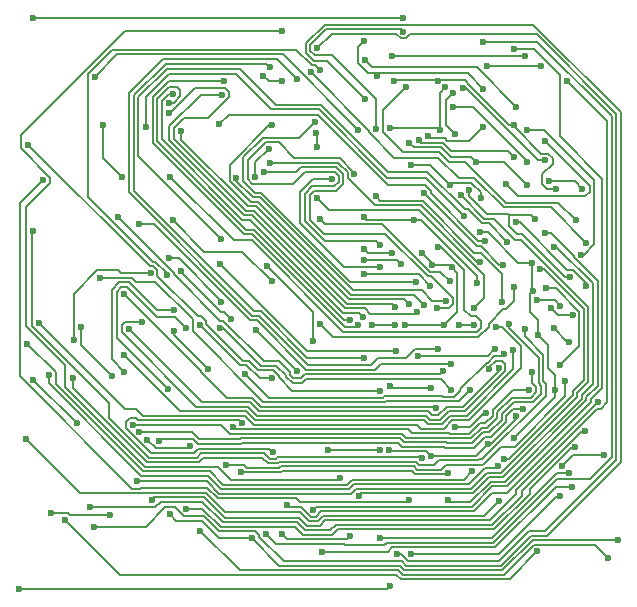
<source format=gbr>
%TF.GenerationSoftware,KiCad,Pcbnew,8.0.7*%
%TF.CreationDate,2025-01-04T02:12:22-08:00*%
%TF.ProjectId,PCB,5043422e-6b69-4636-9164-5f7063625858,rev?*%
%TF.SameCoordinates,Original*%
%TF.FileFunction,Copper,L2,Bot*%
%TF.FilePolarity,Positive*%
%FSLAX46Y46*%
G04 Gerber Fmt 4.6, Leading zero omitted, Abs format (unit mm)*
G04 Created by KiCad (PCBNEW 8.0.7) date 2025-01-04 02:12:22*
%MOMM*%
%LPD*%
G01*
G04 APERTURE LIST*
%TA.AperFunction,ViaPad*%
%ADD10C,0.600000*%
%TD*%
%TA.AperFunction,Conductor*%
%ADD11C,0.200000*%
%TD*%
G04 APERTURE END LIST*
D10*
%TO.N,Net-(SW7-B)*%
X45580900Y-57974100D03*
X62597100Y-18956100D03*
%TO.N,Net-(SW6-B)*%
X30665000Y-55557700D03*
X58069000Y-31347500D03*
%TO.N,Net-(SW5-B)*%
X27006100Y-59443100D03*
X49954700Y-23182000D03*
%TO.N,Net-(SW4-B)*%
X55312500Y-26330900D03*
X50965100Y-21280100D03*
X59981000Y-22363600D03*
X59981000Y-25568400D03*
X47847400Y-55250700D03*
X49898300Y-18251800D03*
X42958200Y-17410000D03*
%TO.N,Net-(SW3-B)*%
X56277500Y-25779900D03*
X56756300Y-22210100D03*
X52035000Y-25645600D03*
X41566200Y-60011400D03*
X59965100Y-18345200D03*
%TO.N,Net-(SW2-B)*%
X36013700Y-59741000D03*
X70509500Y-62037800D03*
X68368900Y-30803900D03*
X65556900Y-30142300D03*
%TO.N,Net-(SW1-B)*%
X31914900Y-57117300D03*
X67051300Y-21672900D03*
%TO.N,VCC*%
X40365000Y-60393100D03*
X71416200Y-60535000D03*
X33425200Y-58362000D03*
X63702500Y-30439900D03*
X59310400Y-28487700D03*
X53684600Y-26917300D03*
%TO.N,Net-(R12-Pad1)*%
X64577800Y-43144300D03*
X64139200Y-39446000D03*
X64126900Y-37072700D03*
X59719200Y-34474200D03*
X50529800Y-42312600D03*
X52477700Y-42317100D03*
X66014600Y-47842900D03*
X57585600Y-50963900D03*
X60172400Y-49776700D03*
X62556000Y-51874000D03*
%TO.N,Net-(R10-Pad1)*%
X53853700Y-61741200D03*
X66440400Y-56818400D03*
X70152100Y-53370900D03*
X66655400Y-54279500D03*
X68675700Y-39044900D03*
X62732500Y-33634000D03*
X53371500Y-42317100D03*
X54761700Y-36211900D03*
X57332800Y-37446900D03*
X65295000Y-39191100D03*
X66456500Y-45740900D03*
X68675700Y-35352200D03*
X45344300Y-20947700D03*
X45698100Y-25100100D03*
X54237700Y-38678900D03*
X55661000Y-37231700D03*
X56684000Y-42317100D03*
%TO.N,Net-(R14-Pad1)*%
X60924200Y-44402200D03*
X54449300Y-44935900D03*
X59422600Y-38743200D03*
X64370800Y-33377100D03*
X54103800Y-33404600D03*
X58725600Y-30898500D03*
X55554900Y-47695300D03*
X52038600Y-47487800D03*
X52279700Y-36212300D03*
X49884400Y-35896500D03*
X49884400Y-33221900D03*
X67343700Y-38250200D03*
%TO.N,Net-(R1-Pad1)*%
X61708400Y-53661900D03*
X64762200Y-37593900D03*
X60378300Y-52383400D03*
X53394400Y-22171300D03*
X67789000Y-33448500D03*
X55495000Y-38990500D03*
X49875300Y-38037200D03*
X55571000Y-53454200D03*
X51968400Y-52942100D03*
X57945000Y-42317100D03*
X62709700Y-50043900D03*
X59185500Y-42317100D03*
%TO.N,Net-(D55-A)*%
X46807000Y-52942100D03*
X51186600Y-52942100D03*
X51186600Y-60334200D03*
X67218800Y-54821800D03*
%TO.N,Net-(D54-A)*%
X46314900Y-61508500D03*
X67461300Y-56003800D03*
%TO.N,Net-(D53-A)*%
X38765500Y-50976000D03*
X63832100Y-47814600D03*
%TO.N,Net-(D52-A)*%
X38182900Y-54185400D03*
X66895300Y-47078200D03*
%TO.N,Net-(D51-A)*%
X31506400Y-52037700D03*
X35153000Y-52593800D03*
X34770100Y-57866200D03*
X67766900Y-52629200D03*
X67261800Y-43746200D03*
X65935000Y-42619500D03*
%TO.N,Net-(D50-A)*%
X26639400Y-57729700D03*
X68589600Y-51266600D03*
X67529000Y-41515300D03*
X65717100Y-40909400D03*
%TO.N,Net-(D49-A)*%
X21855000Y-46952100D03*
X25591600Y-50646400D03*
X24582500Y-58842200D03*
X64545700Y-61498400D03*
%TO.N,Net-(D48-A)*%
X49424400Y-56766800D03*
X65935000Y-35688700D03*
%TO.N,Net-(D47-A)*%
X42060200Y-46853400D03*
X35943900Y-42291900D03*
X34780400Y-42550000D03*
X33279700Y-47764200D03*
X32524300Y-52135000D03*
X63308500Y-49445000D03*
%TO.N,Net-(D46-A)*%
X39766300Y-46444100D03*
X61755100Y-44774100D03*
%TO.N,Net-(D45-A)*%
X36661100Y-46060700D03*
X33769700Y-42873500D03*
X33769700Y-41062000D03*
X29551600Y-46278400D03*
X30296100Y-50807800D03*
X64070600Y-46312700D03*
%TO.N,Net-(D44-A)*%
X62517600Y-44415100D03*
X29533900Y-44879700D03*
%TO.N,Net-(D43-A)*%
X25208900Y-46781200D03*
X63485000Y-42682000D03*
%TO.N,Net-(D42-A)*%
X64506200Y-40207500D03*
X66498900Y-40690400D03*
X61322500Y-57216300D03*
X21265900Y-51964200D03*
%TO.N,Net-(D41-A)*%
X46133300Y-42273100D03*
X62598200Y-39117400D03*
%TO.N,Net-(D40-A)*%
X39494400Y-54806500D03*
X56977200Y-54840000D03*
X56977200Y-57148500D03*
X65174800Y-34550300D03*
%TO.N,Net-(D39-A)*%
X37798800Y-40343200D03*
X33374300Y-36677100D03*
X31797300Y-37947300D03*
X25284500Y-43585400D03*
X23185900Y-46573600D03*
X61193800Y-54253000D03*
%TO.N,Net-(D38-A)*%
X31053700Y-42061800D03*
X60483900Y-46088200D03*
%TO.N,Net-(D37-A)*%
X29933300Y-42664000D03*
X61265700Y-45947400D03*
%TO.N,Net-(D36-A)*%
X25883300Y-42538500D03*
X28537500Y-46636800D03*
X30840000Y-51371400D03*
X62138900Y-42276100D03*
%TO.N,Net-(D35-A)*%
X22366100Y-42174400D03*
X61035000Y-42505000D03*
%TO.N,Net-(D34-A)*%
X50849000Y-31442000D03*
X61566300Y-40411300D03*
%TO.N,Net-(D33-A)*%
X41690300Y-37332300D03*
X45545700Y-43675100D03*
X44221500Y-46206200D03*
X40750700Y-42735400D03*
X39521900Y-50592700D03*
X42150500Y-53079700D03*
X43370000Y-57583100D03*
X69661200Y-48831900D03*
X68209500Y-36364100D03*
X63678300Y-25781300D03*
X62568700Y-28130800D03*
X54505800Y-26700400D03*
X54929100Y-31194700D03*
X61625600Y-37251100D03*
%TO.N,Net-(D32-A)*%
X62009000Y-35267800D03*
X37757300Y-35011600D03*
%TO.N,Net-(D31-A)*%
X34382700Y-37721400D03*
X38623400Y-41801400D03*
X37717900Y-42541400D03*
X57253200Y-47800600D03*
%TO.N,Net-(D30-A)*%
X30855200Y-33760500D03*
X57208000Y-45616000D03*
%TO.N,Net-(D29-A)*%
X58818700Y-47854600D03*
X27491200Y-38336300D03*
%TO.N,Net-(D28-A)*%
X59014000Y-54729300D03*
X21374700Y-43908200D03*
%TO.N,Net-(D27-A)*%
X45931400Y-31584300D03*
X59167600Y-40894300D03*
%TO.N,Net-(D26-A)*%
X46102400Y-33386200D03*
X57163400Y-38636400D03*
%TO.N,Net-(D25-A)*%
X59681100Y-36957600D03*
X41882800Y-28601300D03*
%TO.N,Net-(D24-A)*%
X37622200Y-25335000D03*
X60139600Y-35188800D03*
%TO.N,Net-(D23-A)*%
X29543300Y-39720600D03*
X55970600Y-49314100D03*
%TO.N,Net-(D22-A)*%
X29073700Y-33200100D03*
X56563300Y-46226800D03*
%TO.N,Net-(D21-A)*%
X21833300Y-34386700D03*
X54789200Y-53617800D03*
%TO.N,Net-(D20-A)*%
X56135000Y-44353700D03*
X44188300Y-21481800D03*
X45812800Y-26037400D03*
X45896400Y-27230100D03*
%TO.N,Net-(D19-A)*%
X41794000Y-27435100D03*
X40668100Y-29764100D03*
X41387300Y-29364700D03*
X56069500Y-40927200D03*
%TO.N,Net-(D18-A)*%
X39067300Y-29872000D03*
X56795000Y-40311400D03*
%TO.N,Net-(D17-A)*%
X31389000Y-25551900D03*
X58370300Y-33114900D03*
%TO.N,Net-(D16-A)*%
X56135000Y-35683200D03*
X33456400Y-29784700D03*
%TO.N,Net-(D15-A)*%
X22680200Y-30068200D03*
X53680100Y-57148500D03*
%TO.N,Net-(D14-A)*%
X20636100Y-64679600D03*
X52088300Y-64431500D03*
%TO.N,Net-(D13-A)*%
X46133300Y-20756300D03*
X33149800Y-38099100D03*
X37650800Y-37128100D03*
X52537500Y-44539400D03*
%TO.N,Net-(D10-A)*%
X53685000Y-40563600D03*
X34398000Y-25880900D03*
%TO.N,Net-(U12-Pad2)*%
X65200600Y-26773200D03*
X61900600Y-30423300D03*
%TO.N,Net-(U6-Pad1)*%
X57604800Y-26150600D03*
X57417700Y-22654500D03*
%TO.N,Net-(U11-Pad4)*%
X57440600Y-23846700D03*
X63702500Y-28521100D03*
%TO.N,Net-(U13-Pad2)*%
X60260900Y-20431200D03*
X64896100Y-20431200D03*
%TO.N,Net-(U15-Pad1)*%
X58288900Y-22297300D03*
X65221000Y-28400600D03*
%TO.N,Net-(U1-Pad1)*%
X49939200Y-19927800D03*
X62771300Y-23845200D03*
%TO.N,Net-(U1-Pad2)*%
X52272700Y-19562300D03*
X63536500Y-19562300D03*
%TO.N,Net-(D9-A)*%
X33353700Y-24385800D03*
X52489800Y-40766800D03*
%TO.N,Net-(D8-A)*%
X27763800Y-25425000D03*
X29350000Y-29815600D03*
X53006000Y-37141700D03*
X49834500Y-36810200D03*
X42040000Y-38636000D03*
X33685700Y-33469300D03*
%TO.N,Net-(D7-A)*%
X21437200Y-27086600D03*
X51235000Y-47888700D03*
%TO.N,Net-(D6-A)*%
X45915400Y-18876800D03*
X52678300Y-61741200D03*
%TO.N,Net-(D5-A)*%
X41941400Y-20523700D03*
X49874400Y-45149800D03*
%TO.N,Net-(D4-A)*%
X38033300Y-21668500D03*
X49382500Y-42348400D03*
%TO.N,Net-(D3-A)*%
X33731700Y-22731100D03*
X49818400Y-41647200D03*
%TO.N,Net-(D2-A)*%
X33396300Y-23501400D03*
X48704700Y-41889300D03*
%TO.N,Net-(D11-A)*%
X54333800Y-41212700D03*
X37814600Y-22832000D03*
%TO.N,Net-(D12-A)*%
X42083300Y-25434400D03*
X54949000Y-40652400D03*
%TO.N,Net-(D1-A)*%
X27104200Y-21301100D03*
X49379600Y-25826300D03*
X47137800Y-29946400D03*
X51235000Y-37421000D03*
%TO.N,Net-(D0-A)*%
X21833300Y-16369100D03*
X53204100Y-16310700D03*
X53204100Y-17479200D03*
X50871400Y-25765700D03*
X49064700Y-29550900D03*
X51235000Y-35569300D03*
%TO.N,GND*%
X28365000Y-58375400D03*
X23406800Y-58260500D03*
X57155400Y-30433400D03*
X59757300Y-31585900D03*
X62547900Y-25417200D03*
X56139400Y-21648500D03*
X52408500Y-21636000D03*
X41359100Y-21241900D03*
X42957500Y-21687800D03*
X53881700Y-28764700D03*
X42914100Y-60011400D03*
X48657300Y-60220500D03*
X66163200Y-30832700D03*
%TD*%
D11*
%TO.N,Net-(SW7-B)*%
X45824700Y-57730300D02*
X45580900Y-57974100D01*
X58995100Y-57730300D02*
X45824700Y-57730300D01*
X60745400Y-55980000D02*
X58995100Y-57730300D01*
X61972900Y-55980000D02*
X60745400Y-55980000D01*
X69079500Y-48873400D02*
X61972900Y-55980000D01*
X69079500Y-48591000D02*
X69079500Y-48873400D01*
X70027000Y-47643500D02*
X69079500Y-48591000D01*
X70027000Y-29925000D02*
X70027000Y-47643500D01*
X66441700Y-26339700D02*
X70027000Y-29925000D01*
X66441700Y-21136400D02*
X66441700Y-26339700D01*
X64261400Y-18956100D02*
X66441700Y-21136400D01*
X62597100Y-18956100D02*
X64261400Y-18956100D01*
%TO.N,Net-(SW6-B)*%
X36573100Y-55557700D02*
X30665000Y-55557700D01*
X37635100Y-56619700D02*
X36573100Y-55557700D01*
X48749000Y-56619700D02*
X37635100Y-56619700D01*
X49183600Y-56185100D02*
X48749000Y-56619700D01*
X58920900Y-56185100D02*
X49183600Y-56185100D01*
X60271200Y-54834800D02*
X58920900Y-56185100D01*
X61497600Y-54834800D02*
X60271200Y-54834800D01*
X67934400Y-48398000D02*
X61497600Y-54834800D01*
X67934400Y-48116700D02*
X67934400Y-48398000D01*
X68874200Y-47176900D02*
X67934400Y-48116700D01*
X68874200Y-40772400D02*
X68874200Y-47176900D01*
X63203900Y-35102100D02*
X68874200Y-40772400D01*
X62666100Y-35102100D02*
X63203900Y-35102100D01*
X60913600Y-33349600D02*
X62666100Y-35102100D01*
X60071100Y-33349600D02*
X60913600Y-33349600D01*
X58069000Y-31347500D02*
X60071100Y-33349600D01*
%TO.N,Net-(SW5-B)*%
X46718600Y-19945900D02*
X49954700Y-23182000D01*
X45622000Y-19945900D02*
X46718600Y-19945900D01*
X44950900Y-19274800D02*
X45622000Y-19945900D01*
X44950900Y-18476700D02*
X44950900Y-19274800D01*
X46530100Y-16897500D02*
X44950900Y-18476700D01*
X64211800Y-16897500D02*
X46530100Y-16897500D01*
X71617000Y-24302700D02*
X64211800Y-16897500D01*
X71617000Y-53896300D02*
X71617000Y-24302700D01*
X65360000Y-60153300D02*
X71617000Y-53896300D01*
X63988700Y-60153300D02*
X65360000Y-60153300D01*
X61437400Y-62704600D02*
X63988700Y-60153300D01*
X53454700Y-62704600D02*
X61437400Y-62704600D01*
X53073000Y-62322900D02*
X53454700Y-62704600D01*
X43055100Y-62322900D02*
X53073000Y-62322900D01*
X40984500Y-60252300D02*
X43055100Y-62322900D01*
X40984500Y-60142000D02*
X40984500Y-60252300D01*
X40653800Y-59811300D02*
X40984500Y-60142000D01*
X37587800Y-59811300D02*
X40653800Y-59811300D01*
X36311700Y-58535200D02*
X37587800Y-59811300D01*
X34616500Y-58535200D02*
X36311700Y-58535200D01*
X33846500Y-57765200D02*
X34616500Y-58535200D01*
X33055700Y-57765200D02*
X33846500Y-57765200D01*
X31377800Y-59443100D02*
X33055700Y-57765200D01*
X27006100Y-59443100D02*
X31377800Y-59443100D01*
%TO.N,Net-(SW4-B)*%
X58649500Y-21032100D02*
X50965100Y-21032100D01*
X59981000Y-22363600D02*
X58649500Y-21032100D01*
X49357400Y-18792700D02*
X49898300Y-18251800D01*
X49357400Y-20168600D02*
X49357400Y-18792700D01*
X50220900Y-21032100D02*
X49357400Y-20168600D01*
X50965100Y-21032100D02*
X50220900Y-21032100D01*
X50965100Y-21032100D02*
X50965100Y-21280100D01*
X47688100Y-55410000D02*
X47847400Y-55250700D01*
X38584600Y-55410000D02*
X47688100Y-55410000D01*
X37495300Y-54320700D02*
X38584600Y-55410000D01*
X31347100Y-54320700D02*
X37495300Y-54320700D01*
X24579900Y-47553500D02*
X31347100Y-54320700D01*
X24579900Y-45751000D02*
X24579900Y-47553500D01*
X21244700Y-42415800D02*
X24579900Y-45751000D01*
X21244700Y-32353900D02*
X21244700Y-42415800D01*
X23326100Y-30272500D02*
X21244700Y-32353900D01*
X23326100Y-29891100D02*
X23326100Y-30272500D01*
X20806700Y-27371700D02*
X23326100Y-29891100D01*
X20806700Y-26205100D02*
X20806700Y-27371700D01*
X29601800Y-17410000D02*
X20806700Y-26205100D01*
X42958200Y-17410000D02*
X29601800Y-17410000D01*
X55513800Y-26532200D02*
X55312500Y-26330900D01*
X56702500Y-26532200D02*
X55513800Y-26532200D01*
X56921300Y-26751000D02*
X56702500Y-26532200D01*
X58798400Y-26751000D02*
X56921300Y-26751000D01*
X59981000Y-25568400D02*
X58798400Y-26751000D01*
%TO.N,Net-(SW3-B)*%
X56277500Y-22688900D02*
X56756300Y-22210100D01*
X56277500Y-25779900D02*
X56277500Y-22688900D01*
X64552800Y-18345200D02*
X59965100Y-18345200D01*
X70853600Y-24646000D02*
X64552800Y-18345200D01*
X70853600Y-53518400D02*
X70853600Y-24646000D01*
X68968500Y-55403500D02*
X70853600Y-53518400D01*
X66205900Y-55403500D02*
X68968500Y-55403500D01*
X60831700Y-60777700D02*
X66205900Y-55403500D01*
X51776700Y-60777700D02*
X60831700Y-60777700D01*
X51602200Y-60952200D02*
X51776700Y-60777700D01*
X48241800Y-60952200D02*
X51602200Y-60952200D01*
X48135600Y-60846000D02*
X48241800Y-60952200D01*
X42400800Y-60846000D02*
X48135600Y-60846000D01*
X41566200Y-60011400D02*
X42400800Y-60846000D01*
X56143200Y-25645600D02*
X52035000Y-25645600D01*
X56277500Y-25779900D02*
X56143200Y-25645600D01*
%TO.N,Net-(SW2-B)*%
X67707300Y-30142300D02*
X68368900Y-30803900D01*
X65556900Y-30142300D02*
X67707300Y-30142300D01*
X39359000Y-63086300D02*
X36013700Y-59741000D01*
X52756800Y-63086300D02*
X39359000Y-63086300D01*
X53138500Y-63468000D02*
X52756800Y-63086300D01*
X61753600Y-63468000D02*
X53138500Y-63468000D01*
X64304900Y-60916700D02*
X61753600Y-63468000D01*
X69388400Y-60916700D02*
X64304900Y-60916700D01*
X70509500Y-62037800D02*
X69388400Y-60916700D01*
%TO.N,Net-(SW1-B)*%
X70471900Y-25093500D02*
X67051300Y-21672900D01*
X70471900Y-48843900D02*
X70471900Y-25093500D01*
X69902200Y-49413600D02*
X70471900Y-48843900D01*
X69618900Y-49413600D02*
X69902200Y-49413600D01*
X62739000Y-56293500D02*
X69618900Y-49413600D01*
X62739000Y-56634900D02*
X62739000Y-56293500D01*
X60498500Y-58875400D02*
X62739000Y-56634900D01*
X46581900Y-58875400D02*
X60498500Y-58875400D01*
X46138100Y-59319200D02*
X46581900Y-58875400D01*
X45023800Y-59319200D02*
X46138100Y-59319200D01*
X44370800Y-58666200D02*
X45023800Y-59319200D01*
X38062200Y-58666200D02*
X44370800Y-58666200D01*
X36298700Y-56902700D02*
X38062200Y-58666200D01*
X32129500Y-56902700D02*
X36298700Y-56902700D01*
X31914900Y-57117300D02*
X32129500Y-56902700D01*
%TO.N,VCC*%
X37629800Y-60393100D02*
X40365000Y-60393100D01*
X36153600Y-58916900D02*
X37629800Y-60393100D01*
X33980100Y-58916900D02*
X36153600Y-58916900D01*
X33425200Y-58362000D02*
X33980100Y-58916900D01*
X61750300Y-28487700D02*
X59310400Y-28487700D01*
X63702500Y-30439900D02*
X61750300Y-28487700D01*
X64146800Y-60535000D02*
X71416200Y-60535000D01*
X61595500Y-63086300D02*
X64146800Y-60535000D01*
X53296600Y-63086300D02*
X61595500Y-63086300D01*
X52914900Y-62704600D02*
X53296600Y-63086300D01*
X42676500Y-62704600D02*
X52914900Y-62704600D01*
X40365000Y-60393100D02*
X42676500Y-62704600D01*
X54062900Y-27295600D02*
X53684600Y-26917300D01*
X56386300Y-27295600D02*
X54062900Y-27295600D01*
X57226000Y-28135300D02*
X56386300Y-27295600D01*
X58958000Y-28135300D02*
X57226000Y-28135300D01*
X59310400Y-28487700D02*
X58958000Y-28135300D01*
%TO.N,Net-(R12-Pad1)*%
X58816000Y-50963900D02*
X57585600Y-50963900D01*
X60003200Y-49776700D02*
X58816000Y-50963900D01*
X60172400Y-49776700D02*
X60003200Y-49776700D01*
X66014600Y-48415400D02*
X62556000Y-51874000D01*
X66014600Y-47842900D02*
X66014600Y-48415400D01*
X66014600Y-46526500D02*
X66014600Y-47842900D01*
X65417100Y-45929000D02*
X66014600Y-46526500D01*
X65417100Y-43983600D02*
X65417100Y-45929000D01*
X64577800Y-43144300D02*
X65417100Y-43983600D01*
X60340600Y-34474200D02*
X59719200Y-34474200D01*
X62939100Y-37072700D02*
X60340600Y-34474200D01*
X64126900Y-37072700D02*
X62939100Y-37072700D01*
X64126900Y-39433700D02*
X64126900Y-37072700D01*
X64139200Y-39446000D02*
X64126900Y-39433700D01*
X63911300Y-39673900D02*
X64139200Y-39446000D01*
X63911300Y-41222500D02*
X63911300Y-39673900D01*
X64577800Y-41889000D02*
X63911300Y-41222500D01*
X64577800Y-43144300D02*
X64577800Y-41889000D01*
X50534300Y-42317100D02*
X52477700Y-42317100D01*
X50529800Y-42312600D02*
X50534300Y-42317100D01*
%TO.N,Net-(R10-Pad1)*%
X61321200Y-61741200D02*
X53853700Y-61741200D01*
X66244000Y-56818400D02*
X61321200Y-61741200D01*
X66440400Y-56818400D02*
X66244000Y-56818400D01*
X68110800Y-44086600D02*
X66456500Y-45740900D01*
X68110800Y-41185800D02*
X68110800Y-44086600D01*
X66116100Y-39191100D02*
X68110800Y-41185800D01*
X65295000Y-39191100D02*
X66116100Y-39191100D01*
X57117600Y-37231700D02*
X57332800Y-37446900D01*
X55661000Y-37231700D02*
X57117600Y-37231700D01*
X55661000Y-37111200D02*
X54761700Y-36211900D01*
X55661000Y-37231700D02*
X55661000Y-37111200D01*
X53371500Y-42317100D02*
X56684000Y-42317100D01*
X57776000Y-41225100D02*
X56684000Y-42317100D01*
X57776000Y-37890100D02*
X57776000Y-41225100D01*
X57332800Y-37446900D02*
X57776000Y-37890100D01*
X44338300Y-26459900D02*
X45698100Y-25100100D01*
X41310600Y-26459900D02*
X44338300Y-26459900D01*
X39649100Y-28121400D02*
X41310600Y-26459900D01*
X39649100Y-30158700D02*
X39649100Y-28121400D01*
X40632200Y-31141800D02*
X39649100Y-30158700D01*
X41180700Y-31141800D02*
X40632200Y-31141800D01*
X48717800Y-38678900D02*
X41180700Y-31141800D01*
X54237700Y-38678900D02*
X48717800Y-38678900D01*
X67564000Y-53370900D02*
X66655400Y-54279500D01*
X70152100Y-53370900D02*
X67564000Y-53370900D01*
X65688200Y-32364700D02*
X68675700Y-35352200D01*
X61708300Y-32364700D02*
X65688200Y-32364700D01*
X59218700Y-29875100D02*
X61708300Y-32364700D01*
X57886200Y-29875100D02*
X59218700Y-29875100D01*
X56171400Y-28160300D02*
X57886200Y-29875100D01*
X52439200Y-28160300D02*
X56171400Y-28160300D01*
X50289700Y-26010800D02*
X52439200Y-28160300D01*
X50289700Y-25893100D02*
X50289700Y-26010800D01*
X45344300Y-20947700D02*
X50289700Y-25893100D01*
X68675700Y-38759500D02*
X68675700Y-39044900D01*
X67584700Y-37668500D02*
X68675700Y-38759500D01*
X67074500Y-37668500D02*
X67584700Y-37668500D01*
X63040000Y-33634000D02*
X67074500Y-37668500D01*
X62732500Y-33634000D02*
X63040000Y-33634000D01*
%TO.N,Net-(R14-Pad1)*%
X52246100Y-47695300D02*
X52038600Y-47487800D01*
X55554900Y-47695300D02*
X52246100Y-47695300D01*
X64012700Y-33019000D02*
X64370800Y-33377100D01*
X62119000Y-33019000D02*
X64012700Y-33019000D01*
X66891700Y-38250200D02*
X67343700Y-38250200D01*
X63227400Y-34585900D02*
X66891700Y-38250200D01*
X62784700Y-34585900D02*
X63227400Y-34585900D01*
X62119000Y-33920200D02*
X62784700Y-34585900D01*
X62119000Y-33019000D02*
X62119000Y-33920200D01*
X60908700Y-44402200D02*
X60924200Y-44402200D01*
X60375000Y-44935900D02*
X60908700Y-44402200D01*
X54449300Y-44935900D02*
X60375000Y-44935900D01*
X62067900Y-32967900D02*
X62119000Y-33019000D01*
X60316400Y-32967900D02*
X62067900Y-32967900D01*
X58725600Y-31377100D02*
X60316400Y-32967900D01*
X58725600Y-30898500D02*
X58725600Y-31377100D01*
X54684500Y-33404600D02*
X54103800Y-33404600D01*
X59422600Y-38142700D02*
X54684500Y-33404600D01*
X59422600Y-38743200D02*
X59422600Y-38142700D01*
X50067100Y-33404600D02*
X49884400Y-33221900D01*
X54103800Y-33404600D02*
X50067100Y-33404600D01*
X50200200Y-36212300D02*
X52279700Y-36212300D01*
X49884400Y-35896500D02*
X50200200Y-36212300D01*
%TO.N,Net-(R1-Pad1)*%
X52062400Y-53036100D02*
X51968400Y-52942100D01*
X55152900Y-53036100D02*
X52062400Y-53036100D01*
X55571000Y-53454200D02*
X55152900Y-53036100D01*
X54541700Y-38037200D02*
X49875300Y-38037200D01*
X55495000Y-38990500D02*
X54541700Y-38037200D01*
X60647300Y-52383400D02*
X60378300Y-52383400D01*
X62709600Y-50321100D02*
X60647300Y-52383400D01*
X62709600Y-50043900D02*
X62709600Y-50321100D01*
X62709700Y-50043900D02*
X62709600Y-50043900D01*
X57945000Y-42317100D02*
X59185500Y-42317100D01*
X55641000Y-53384200D02*
X55571000Y-53454200D01*
X59377500Y-53384200D02*
X55641000Y-53384200D01*
X60378300Y-52383400D02*
X59377500Y-53384200D01*
X62130700Y-53661900D02*
X61708400Y-53661900D01*
X67552700Y-48239900D02*
X62130700Y-53661900D01*
X67552700Y-47958600D02*
X67552700Y-48239900D01*
X68492500Y-47018800D02*
X67552700Y-47958600D01*
X68492500Y-40978600D02*
X68492500Y-47018800D01*
X65107800Y-37593900D02*
X68492500Y-40978600D01*
X64762200Y-37593900D02*
X65107800Y-37593900D01*
X66323500Y-31983000D02*
X67789000Y-33448500D01*
X61866400Y-31983000D02*
X66323500Y-31983000D01*
X58400500Y-28517100D02*
X61866400Y-31983000D01*
X57068000Y-28517100D02*
X58400500Y-28517100D01*
X56228200Y-27677300D02*
X57068000Y-28517100D01*
X53136100Y-27677300D02*
X56228200Y-27677300D01*
X51453100Y-25994300D02*
X53136100Y-27677300D01*
X51453100Y-24112600D02*
X51453100Y-25994300D01*
X53394400Y-22171300D02*
X51453100Y-24112600D01*
%TO.N,Net-(D55-A)*%
X51186600Y-52942100D02*
X46807000Y-52942100D01*
X67179400Y-54861200D02*
X67218800Y-54821800D01*
X66208400Y-54861200D02*
X67179400Y-54861200D01*
X60735400Y-60334200D02*
X66208400Y-54861200D01*
X51186600Y-60334200D02*
X60735400Y-60334200D01*
%TO.N,Net-(D54-A)*%
X51894200Y-61508500D02*
X46314900Y-61508500D01*
X52243300Y-61159400D02*
X51894200Y-61508500D01*
X60989800Y-61159400D02*
X52243300Y-61159400D01*
X66145400Y-56003800D02*
X60989800Y-61159400D01*
X67461300Y-56003800D02*
X66145400Y-56003800D01*
%TO.N,Net-(D53-A)*%
X38964000Y-51174500D02*
X38765500Y-50976000D01*
X53577900Y-51174500D02*
X38964000Y-51174500D01*
X53912700Y-51509300D02*
X53577900Y-51174500D01*
X57098600Y-51509300D02*
X53912700Y-51509300D01*
X57135000Y-51545700D02*
X57098600Y-51509300D01*
X58774000Y-51545700D02*
X57135000Y-51545700D01*
X59663100Y-50656600D02*
X58774000Y-51545700D01*
X60115200Y-50656600D02*
X59663100Y-50656600D01*
X60754100Y-50017700D02*
X60115200Y-50656600D01*
X60754100Y-49557400D02*
X60754100Y-50017700D01*
X62496900Y-47814600D02*
X60754100Y-49557400D01*
X63832100Y-47814600D02*
X62496900Y-47814600D01*
%TO.N,Net-(D52-A)*%
X39707600Y-54185400D02*
X38182900Y-54185400D01*
X39947000Y-54424800D02*
X39707600Y-54185400D01*
X42707700Y-54424800D02*
X39947000Y-54424800D01*
X42845200Y-54287300D02*
X42707700Y-54424800D01*
X54079600Y-54287300D02*
X42845200Y-54287300D01*
X54375200Y-54582900D02*
X54079600Y-54287300D01*
X56411700Y-54582900D02*
X54375200Y-54582900D01*
X56847000Y-54147600D02*
X56411700Y-54582900D01*
X59878800Y-54147600D02*
X56847000Y-54147600D01*
X59955000Y-54071400D02*
X59878800Y-54147600D01*
X60053100Y-54071400D02*
X59955000Y-54071400D01*
X61505900Y-52618600D02*
X60053100Y-54071400D01*
X62634200Y-52618600D02*
X61505900Y-52618600D01*
X66895300Y-48357500D02*
X62634200Y-52618600D01*
X66895300Y-47078200D02*
X66895300Y-48357500D01*
%TO.N,Net-(D51-A)*%
X67482900Y-52629200D02*
X67766900Y-52629200D01*
X63884400Y-56227700D02*
X67482900Y-52629200D01*
X63884400Y-56645500D02*
X63884400Y-56227700D01*
X60891100Y-59638800D02*
X63884400Y-56645500D01*
X47634900Y-59638800D02*
X60891100Y-59638800D01*
X47191100Y-60082600D02*
X47634900Y-59638800D01*
X44707600Y-60082600D02*
X47191100Y-60082600D01*
X44054600Y-59429600D02*
X44707600Y-60082600D01*
X37745900Y-59429600D02*
X44054600Y-59429600D01*
X36182500Y-57866200D02*
X37745900Y-59429600D01*
X34770100Y-57866200D02*
X36182500Y-57866200D01*
X34989400Y-52757400D02*
X35153000Y-52593800D01*
X32226100Y-52757400D02*
X34989400Y-52757400D01*
X31506400Y-52037700D02*
X32226100Y-52757400D01*
X67061700Y-43746200D02*
X67261800Y-43746200D01*
X65935000Y-42619500D02*
X67061700Y-43746200D01*
%TO.N,Net-(D50-A)*%
X66323000Y-41515300D02*
X67529000Y-41515300D01*
X65717100Y-40909400D02*
X66323000Y-41515300D01*
X68305700Y-51266600D02*
X68589600Y-51266600D01*
X63224400Y-56347900D02*
X68305700Y-51266600D01*
X63224400Y-56765700D02*
X63224400Y-56347900D01*
X60733000Y-59257100D02*
X63224400Y-56765700D01*
X47476800Y-59257100D02*
X60733000Y-59257100D01*
X47033000Y-59700900D02*
X47476800Y-59257100D01*
X44865700Y-59700900D02*
X47033000Y-59700900D01*
X44212700Y-59047900D02*
X44865700Y-59700900D01*
X37904100Y-59047900D02*
X44212700Y-59047900D01*
X36140600Y-57284400D02*
X37904100Y-59047900D01*
X32648800Y-57284400D02*
X36140600Y-57284400D01*
X32203500Y-57729700D02*
X32648800Y-57284400D01*
X26639400Y-57729700D02*
X32203500Y-57729700D01*
%TO.N,Net-(D49-A)*%
X25549300Y-50646400D02*
X21855000Y-46952100D01*
X25591600Y-50646400D02*
X25549300Y-50646400D01*
X62194400Y-63849700D02*
X64545700Y-61498400D01*
X52980400Y-63849700D02*
X62194400Y-63849700D01*
X52598700Y-63468000D02*
X52980400Y-63849700D01*
X29208300Y-63468000D02*
X52598700Y-63468000D01*
X24582500Y-58842200D02*
X29208300Y-63468000D01*
%TO.N,Net-(D48-A)*%
X66144700Y-35688700D02*
X65935000Y-35688700D01*
X69259000Y-38803000D02*
X66144700Y-35688700D01*
X69259000Y-47332000D02*
X69259000Y-38803000D01*
X68316100Y-48274900D02*
X69259000Y-47332000D01*
X68316100Y-48556100D02*
X68316100Y-48274900D01*
X61655700Y-55216500D02*
X68316100Y-48556100D01*
X60429300Y-55216500D02*
X61655700Y-55216500D01*
X59079000Y-56566800D02*
X60429300Y-55216500D01*
X49624400Y-56566800D02*
X59079000Y-56566800D01*
X49424400Y-56766800D02*
X49624400Y-56566800D01*
%TO.N,Net-(D47-A)*%
X33874100Y-41643700D02*
X34780400Y-42550000D01*
X32354300Y-41643700D02*
X33874100Y-41643700D01*
X29843800Y-39133200D02*
X32354300Y-41643700D01*
X29279100Y-39133200D02*
X29843800Y-39133200D01*
X28916500Y-39495800D02*
X29279100Y-39133200D01*
X28916500Y-43401000D02*
X28916500Y-39495800D01*
X33279700Y-47764200D02*
X28916500Y-43401000D01*
X41050000Y-46853400D02*
X42060200Y-46853400D01*
X39916800Y-45720200D02*
X41050000Y-46853400D01*
X39372200Y-45720200D02*
X39916800Y-45720200D01*
X35943900Y-42291900D02*
X39372200Y-45720200D01*
X32647200Y-52012100D02*
X32524300Y-52135000D01*
X35394000Y-52012100D02*
X32647200Y-52012100D01*
X35795600Y-52413700D02*
X35394000Y-52012100D01*
X39413700Y-52413700D02*
X35795600Y-52413700D01*
X39507800Y-52319600D02*
X39413700Y-52413700D01*
X52781800Y-52319600D02*
X39507800Y-52319600D01*
X53116600Y-52654400D02*
X52781800Y-52319600D01*
X56624300Y-52654400D02*
X53116600Y-52654400D01*
X56720100Y-52750200D02*
X56624300Y-52654400D01*
X59189000Y-52750200D02*
X56720100Y-52750200D01*
X60137500Y-51801700D02*
X59189000Y-52750200D01*
X60619500Y-51801700D02*
X60137500Y-51801700D01*
X61899200Y-50522000D02*
X60619500Y-51801700D01*
X61899200Y-50031700D02*
X61899200Y-50522000D01*
X62485900Y-49445000D02*
X61899200Y-50031700D01*
X63308500Y-49445000D02*
X62485900Y-49445000D01*
%TO.N,Net-(D46-A)*%
X41792600Y-48470400D02*
X39766300Y-46444100D01*
X51476000Y-48470400D02*
X41792600Y-48470400D01*
X51595700Y-48350700D02*
X51476000Y-48470400D01*
X56496500Y-48350700D02*
X51595700Y-48350700D01*
X56532600Y-48386800D02*
X56496500Y-48350700D01*
X57489900Y-48386800D02*
X56532600Y-48386800D01*
X57971900Y-47904800D02*
X57489900Y-48386800D01*
X57971900Y-47777600D02*
X57971900Y-47904800D01*
X60243000Y-45506500D02*
X57971900Y-47777600D01*
X60344200Y-45506500D02*
X60243000Y-45506500D01*
X60866700Y-44984000D02*
X60344200Y-45506500D01*
X61545200Y-44984000D02*
X60866700Y-44984000D01*
X61755100Y-44774100D02*
X61545200Y-44984000D01*
%TO.N,Net-(D45-A)*%
X33769700Y-43169300D02*
X33769700Y-42873500D01*
X36661100Y-46060700D02*
X33769700Y-43169300D01*
X28506200Y-45233000D02*
X29551600Y-46278400D01*
X28506200Y-39336900D02*
X28506200Y-45233000D01*
X29115200Y-38727900D02*
X28506200Y-39336900D01*
X29978400Y-38727900D02*
X29115200Y-38727900D01*
X32312500Y-41062000D02*
X29978400Y-38727900D01*
X33769700Y-41062000D02*
X32312500Y-41062000D01*
X30314300Y-50789600D02*
X30296100Y-50807800D01*
X37731200Y-50789600D02*
X30314300Y-50789600D01*
X38499300Y-51557700D02*
X37731200Y-50789600D01*
X39025000Y-51557700D02*
X38499300Y-51557700D01*
X39026500Y-51556200D02*
X39025000Y-51557700D01*
X53098000Y-51556200D02*
X39026500Y-51556200D01*
X53432800Y-51891000D02*
X53098000Y-51556200D01*
X56940500Y-51891000D02*
X53432800Y-51891000D01*
X56976900Y-51927400D02*
X56940500Y-51891000D01*
X58932100Y-51927400D02*
X56976900Y-51927400D01*
X59821200Y-51038300D02*
X58932100Y-51927400D01*
X60273300Y-51038300D02*
X59821200Y-51038300D01*
X61135800Y-50175800D02*
X60273300Y-51038300D01*
X61135800Y-49715500D02*
X61135800Y-50175800D01*
X62373100Y-48478200D02*
X61135800Y-49715500D01*
X63991300Y-48478200D02*
X62373100Y-48478200D01*
X64463200Y-48006300D02*
X63991300Y-48478200D01*
X64463200Y-47600200D02*
X64463200Y-48006300D01*
X64070600Y-47207600D02*
X64463200Y-47600200D01*
X64070600Y-46312700D02*
X64070600Y-47207600D01*
%TO.N,Net-(D44-A)*%
X34283500Y-49629300D02*
X29533900Y-44879700D01*
X39921000Y-49629300D02*
X34283500Y-49629300D01*
X40670600Y-50378900D02*
X39921000Y-49629300D01*
X54950700Y-50378900D02*
X40670600Y-50378900D01*
X55287700Y-50715900D02*
X54950700Y-50378900D01*
X56471300Y-50715900D02*
X55287700Y-50715900D01*
X57186700Y-50000500D02*
X56471300Y-50715900D01*
X58575200Y-50000500D02*
X57186700Y-50000500D01*
X62517600Y-46058100D02*
X58575200Y-50000500D01*
X62517600Y-44415100D02*
X62517600Y-46058100D01*
%TO.N,Net-(D43-A)*%
X25208900Y-47642700D02*
X25208900Y-46781200D01*
X31505200Y-53939000D02*
X25208900Y-47642700D01*
X35859400Y-53939000D02*
X31505200Y-53939000D01*
X36239600Y-53558800D02*
X35859400Y-53939000D01*
X41267200Y-53558800D02*
X36239600Y-53558800D01*
X41751500Y-54043100D02*
X41267200Y-53558800D01*
X42549600Y-54043100D02*
X41751500Y-54043100D01*
X42687100Y-53905600D02*
X42549600Y-54043100D01*
X54237700Y-53905600D02*
X42687100Y-53905600D01*
X54533300Y-54201200D02*
X54237700Y-53905600D01*
X55768400Y-54201200D02*
X54533300Y-54201200D01*
X56203700Y-53765900D02*
X55768400Y-54201200D01*
X59553100Y-53765900D02*
X56203700Y-53765900D01*
X59629300Y-53689700D02*
X59553100Y-53765900D01*
X59894900Y-53689700D02*
X59629300Y-53689700D01*
X65250200Y-48334400D02*
X59894900Y-53689700D01*
X65250200Y-47307500D02*
X65250200Y-48334400D01*
X65034000Y-47091300D02*
X65250200Y-47307500D01*
X65034000Y-44841700D02*
X65034000Y-47091300D01*
X63485000Y-43292700D02*
X65034000Y-44841700D01*
X63485000Y-42682000D02*
X63485000Y-43292700D01*
%TO.N,Net-(D42-A)*%
X66016000Y-40207500D02*
X64506200Y-40207500D01*
X66498900Y-40690400D02*
X66016000Y-40207500D01*
X60045100Y-58493700D02*
X61322500Y-57216300D01*
X46423800Y-58493700D02*
X60045100Y-58493700D01*
X45980000Y-58937500D02*
X46423800Y-58493700D01*
X45181900Y-58937500D02*
X45980000Y-58937500D01*
X44409200Y-58164800D02*
X45181900Y-58937500D01*
X38100600Y-58164800D02*
X44409200Y-58164800D01*
X36456800Y-56521000D02*
X38100600Y-58164800D01*
X31064100Y-56521000D02*
X36456800Y-56521000D01*
X31025300Y-56559800D02*
X31064100Y-56521000D01*
X25861500Y-56559800D02*
X31025300Y-56559800D01*
X21265900Y-51964200D02*
X25861500Y-56559800D01*
%TO.N,Net-(D41-A)*%
X47216400Y-43356200D02*
X46133300Y-42273100D01*
X59529600Y-43356200D02*
X47216400Y-43356200D01*
X60410700Y-42475100D02*
X59529600Y-43356200D01*
X60410700Y-42246100D02*
X60410700Y-42475100D01*
X61662200Y-40994600D02*
X60410700Y-42246100D01*
X61863000Y-40994600D02*
X61662200Y-40994600D01*
X62598200Y-40259400D02*
X61863000Y-40994600D01*
X62598200Y-39117400D02*
X62598200Y-40259400D01*
%TO.N,Net-(D40-A)*%
X57177300Y-57348600D02*
X56977200Y-57148500D01*
X58837000Y-57348600D02*
X57177300Y-57348600D01*
X60587400Y-55598200D02*
X58837000Y-57348600D01*
X61813800Y-55598200D02*
X60587400Y-55598200D01*
X68697800Y-48714200D02*
X61813800Y-55598200D01*
X68697800Y-48432900D02*
X68697800Y-48714200D01*
X69640700Y-47490000D02*
X68697800Y-48432900D01*
X69640700Y-38617900D02*
X69640700Y-47490000D01*
X67627800Y-36605000D02*
X69640700Y-38617900D01*
X67627800Y-36513700D02*
X67627800Y-36605000D01*
X65664400Y-34550300D02*
X67627800Y-36513700D01*
X65174800Y-34550300D02*
X65664400Y-34550300D01*
X42865800Y-54806500D02*
X39494400Y-54806500D01*
X43003300Y-54669000D02*
X42865800Y-54806500D01*
X53921500Y-54669000D02*
X43003300Y-54669000D01*
X54217100Y-54964600D02*
X53921500Y-54669000D01*
X56852600Y-54964600D02*
X54217100Y-54964600D01*
X56977200Y-54840000D02*
X56852600Y-54964600D01*
%TO.N,Net-(D39-A)*%
X25284500Y-39710100D02*
X25284500Y-43585400D01*
X27287900Y-37706700D02*
X25284500Y-39710100D01*
X29027300Y-37706700D02*
X27287900Y-37706700D01*
X29267900Y-37947300D02*
X29027300Y-37706700D01*
X31797300Y-37947300D02*
X29267900Y-37947300D01*
X37798700Y-40343200D02*
X37798800Y-40343200D01*
X37798700Y-40288300D02*
X37798700Y-40343200D01*
X34187500Y-36677100D02*
X37798700Y-40288300D01*
X33374300Y-36677100D02*
X34187500Y-36677100D01*
X23185900Y-47239100D02*
X23185900Y-46573600D01*
X31030900Y-55084100D02*
X23185900Y-47239100D01*
X36639300Y-55084100D02*
X31030900Y-55084100D01*
X37793200Y-56238000D02*
X36639300Y-55084100D01*
X48590800Y-56238000D02*
X37793200Y-56238000D01*
X49025400Y-55803400D02*
X48590800Y-56238000D01*
X58762800Y-55803400D02*
X49025400Y-55803400D01*
X60113100Y-54453100D02*
X58762800Y-55803400D01*
X60993700Y-54453100D02*
X60113100Y-54453100D01*
X61193800Y-54253000D02*
X60993700Y-54453100D01*
%TO.N,Net-(D38-A)*%
X29643100Y-42061800D02*
X31053700Y-42061800D01*
X29341500Y-42363400D02*
X29643100Y-42061800D01*
X29341500Y-42936900D02*
X29341500Y-42363400D01*
X35652200Y-49247600D02*
X29341500Y-42936900D01*
X40079100Y-49247600D02*
X35652200Y-49247600D01*
X40828700Y-49997200D02*
X40079100Y-49247600D01*
X55108800Y-49997200D02*
X40828700Y-49997200D01*
X55445800Y-50334200D02*
X55108800Y-49997200D01*
X56313100Y-50334200D02*
X55445800Y-50334200D01*
X57028500Y-49618800D02*
X56313100Y-50334200D01*
X58417100Y-49618800D02*
X57028500Y-49618800D01*
X61847500Y-46188400D02*
X58417100Y-49618800D01*
X61847500Y-45660600D02*
X61847500Y-46188400D01*
X61552600Y-45365700D02*
X61847500Y-45660600D01*
X61024800Y-45365700D02*
X61552600Y-45365700D01*
X60483900Y-45906600D02*
X61024800Y-45365700D01*
X60483900Y-46088200D02*
X60483900Y-45906600D01*
%TO.N,Net-(D37-A)*%
X36135200Y-48865900D02*
X29933300Y-42664000D01*
X40237200Y-48865900D02*
X36135200Y-48865900D01*
X40986800Y-49615500D02*
X40237200Y-48865900D01*
X55266900Y-49615500D02*
X40986800Y-49615500D01*
X55603900Y-49952500D02*
X55266900Y-49615500D01*
X56155000Y-49952500D02*
X55603900Y-49952500D01*
X56870400Y-49237100D02*
X56155000Y-49952500D01*
X58258900Y-49237100D02*
X56870400Y-49237100D01*
X61265700Y-46230300D02*
X58258900Y-49237100D01*
X61265700Y-45947400D02*
X61265700Y-46230300D01*
%TO.N,Net-(D36-A)*%
X25883300Y-43982600D02*
X25883300Y-42538500D01*
X28537500Y-46636800D02*
X25883300Y-43982600D01*
X35293100Y-51371400D02*
X30840000Y-51371400D01*
X35861100Y-51939400D02*
X35293100Y-51371400D01*
X39348200Y-51939400D02*
X35861100Y-51939400D01*
X39349700Y-51937900D02*
X39348200Y-51939400D01*
X52939900Y-51937900D02*
X39349700Y-51937900D01*
X53274700Y-52272700D02*
X52939900Y-51937900D01*
X56782400Y-52272700D02*
X53274700Y-52272700D01*
X56858700Y-52349000D02*
X56782400Y-52272700D01*
X59050400Y-52349000D02*
X56858700Y-52349000D01*
X59979400Y-51420000D02*
X59050400Y-52349000D01*
X60431400Y-51420000D02*
X59979400Y-51420000D01*
X61517500Y-50333900D02*
X60431400Y-51420000D01*
X61517500Y-49873600D02*
X61517500Y-50333900D01*
X62527800Y-48863300D02*
X61517500Y-49873600D01*
X64173200Y-48863300D02*
X62527800Y-48863300D01*
X64859800Y-48176700D02*
X64173200Y-48863300D01*
X64859800Y-47457000D02*
X64859800Y-48176700D01*
X64652300Y-47249500D02*
X64859800Y-47457000D01*
X64652300Y-45083000D02*
X64652300Y-47249500D01*
X62138900Y-42569600D02*
X64652300Y-45083000D01*
X62138900Y-42276100D02*
X62138900Y-42569600D01*
%TO.N,Net-(D35-A)*%
X29642900Y-49451200D02*
X22366100Y-42174400D01*
X30604000Y-49451200D02*
X29642900Y-49451200D01*
X31163800Y-50011000D02*
X30604000Y-49451200D01*
X39762900Y-50011000D02*
X31163800Y-50011000D01*
X40537100Y-50785200D02*
X39762900Y-50011000D01*
X54335300Y-50785200D02*
X40537100Y-50785200D01*
X54660900Y-51110800D02*
X54335300Y-50785200D01*
X56616200Y-51110800D02*
X54660900Y-51110800D01*
X57344800Y-50382200D02*
X56616200Y-51110800D01*
X58744300Y-50382200D02*
X57344800Y-50382200D01*
X63120700Y-46005800D02*
X58744300Y-50382200D01*
X63120700Y-44091200D02*
X63120700Y-46005800D01*
X61534500Y-42505000D02*
X63120700Y-44091200D01*
X61035000Y-42505000D02*
X61534500Y-42505000D01*
%TO.N,Net-(D34-A)*%
X61566300Y-38019900D02*
X61566300Y-40411300D01*
X59740900Y-36194500D02*
X61566300Y-38019900D01*
X59203000Y-36194500D02*
X59740900Y-36194500D01*
X54832200Y-31823700D02*
X59203000Y-36194500D01*
X51230700Y-31823700D02*
X54832200Y-31823700D01*
X50849000Y-31442000D02*
X51230700Y-31823700D01*
%TO.N,Net-(D33-A)*%
X45545600Y-43675100D02*
X45545700Y-43675100D01*
X45545600Y-41187600D02*
X45545600Y-43675100D01*
X41690300Y-37332300D02*
X45545600Y-41187600D01*
X41866200Y-52795400D02*
X42150500Y-53079700D01*
X35828200Y-52795400D02*
X41866200Y-52795400D01*
X35448000Y-53175600D02*
X35828200Y-52795400D01*
X31821400Y-53175600D02*
X35448000Y-53175600D01*
X29710700Y-51064900D02*
X31821400Y-53175600D01*
X29710700Y-50560600D02*
X29710700Y-51064900D01*
X30072500Y-50198800D02*
X29710700Y-50560600D01*
X30543200Y-50198800D02*
X30072500Y-50198800D01*
X30738700Y-50394300D02*
X30543200Y-50198800D01*
X39323500Y-50394300D02*
X30738700Y-50394300D01*
X39521900Y-50592700D02*
X39323500Y-50394300D01*
X65073100Y-25781300D02*
X63678300Y-25781300D01*
X69364700Y-30072900D02*
X65073100Y-25781300D01*
X69364700Y-35501900D02*
X69364700Y-30072900D01*
X68502500Y-36364100D02*
X69364700Y-35501900D01*
X68209500Y-36364100D02*
X68502500Y-36364100D01*
X54719300Y-26913900D02*
X54505800Y-26700400D01*
X56544400Y-26913900D02*
X54719300Y-26913900D01*
X57249900Y-27619400D02*
X56544400Y-26913900D01*
X62057300Y-27619400D02*
X57249900Y-27619400D01*
X62568700Y-28130800D02*
X62057300Y-27619400D01*
X61337300Y-37251100D02*
X61625600Y-37251100D01*
X59764500Y-35678300D02*
X61337300Y-37251100D01*
X59412700Y-35678300D02*
X59764500Y-35678300D01*
X54929100Y-31194700D02*
X59412700Y-35678300D01*
X43560900Y-57774000D02*
X43370000Y-57583100D01*
X44558200Y-57774000D02*
X43560900Y-57774000D01*
X45340000Y-58555800D02*
X44558200Y-57774000D01*
X45821900Y-58555800D02*
X45340000Y-58555800D01*
X46265700Y-58112000D02*
X45821900Y-58555800D01*
X59153200Y-58112000D02*
X46265700Y-58112000D01*
X60713600Y-56551600D02*
X59153200Y-58112000D01*
X61941100Y-56551600D02*
X60713600Y-56551600D01*
X69660800Y-48831900D02*
X61941100Y-56551600D01*
X69661200Y-48831900D02*
X69660800Y-48831900D01*
X44221500Y-46206200D02*
X40750700Y-42735400D01*
%TO.N,Net-(D32-A)*%
X30771000Y-28025300D02*
X37757300Y-35011600D01*
X30771000Y-23054200D02*
X30771000Y-28025300D01*
X33190200Y-20635000D02*
X30771000Y-23054200D01*
X39385300Y-20635000D02*
X33190200Y-20635000D01*
X42421600Y-23671300D02*
X39385300Y-20635000D01*
X46220200Y-23671300D02*
X42421600Y-23671300D01*
X51895600Y-29346700D02*
X46220200Y-23671300D01*
X55245700Y-29346700D02*
X51895600Y-29346700D01*
X58432200Y-32533200D02*
X55245700Y-29346700D01*
X58665100Y-32533200D02*
X58432200Y-32533200D01*
X59863200Y-33731300D02*
X58665100Y-32533200D01*
X60472500Y-33731300D02*
X59863200Y-33731300D01*
X62009000Y-35267800D02*
X60472500Y-33731300D01*
%TO.N,Net-(D31-A)*%
X38025000Y-41203000D02*
X38623400Y-41801400D01*
X37724600Y-41203000D02*
X38025000Y-41203000D01*
X34382700Y-37861100D02*
X37724600Y-41203000D01*
X34382700Y-37721400D02*
X34382700Y-37861100D01*
X56358600Y-46906000D02*
X57253200Y-47800600D01*
X44982800Y-46906000D02*
X56358600Y-46906000D01*
X44620600Y-47268200D02*
X44982800Y-46906000D01*
X43822500Y-47268200D02*
X44620600Y-47268200D01*
X43258100Y-46703800D02*
X43822500Y-47268200D01*
X43258100Y-46563400D02*
X43258100Y-46703800D01*
X42456400Y-45761700D02*
X43258100Y-46563400D01*
X41128500Y-45761700D02*
X42456400Y-45761700D01*
X37908200Y-42541400D02*
X41128500Y-45761700D01*
X37717900Y-42541400D02*
X37908200Y-42541400D01*
%TO.N,Net-(D30-A)*%
X32074500Y-33760500D02*
X30855200Y-33760500D01*
X40251600Y-41937600D02*
X32074500Y-33760500D01*
X40791500Y-41937600D02*
X40251600Y-41937600D01*
X44983200Y-46129300D02*
X40791500Y-41937600D01*
X50773900Y-46129300D02*
X44983200Y-46129300D01*
X51287200Y-45616000D02*
X50773900Y-46129300D01*
X57208000Y-45616000D02*
X51287200Y-45616000D01*
%TO.N,Net-(D29-A)*%
X30264900Y-38336300D02*
X27491200Y-38336300D01*
X30574800Y-38646200D02*
X30264900Y-38336300D01*
X32176600Y-38646200D02*
X30574800Y-38646200D01*
X35362100Y-41831700D02*
X32176600Y-38646200D01*
X35362100Y-42862500D02*
X35362100Y-41831700D01*
X41351700Y-48852100D02*
X35362100Y-42862500D01*
X51634100Y-48852100D02*
X41351700Y-48852100D01*
X51753800Y-48732400D02*
X51634100Y-48852100D01*
X56338400Y-48732400D02*
X51753800Y-48732400D01*
X56374500Y-48768500D02*
X56338400Y-48732400D01*
X57904800Y-48768500D02*
X56374500Y-48768500D01*
X58818700Y-47854600D02*
X57904800Y-48768500D01*
%TO.N,Net-(D28-A)*%
X23769200Y-46302700D02*
X21374700Y-43908200D01*
X23769200Y-47282600D02*
X23769200Y-46302700D01*
X31189000Y-54702400D02*
X23769200Y-47282600D01*
X36797400Y-54702400D02*
X31189000Y-54702400D01*
X37929400Y-55834400D02*
X36797400Y-54702400D01*
X48454600Y-55834400D02*
X37929400Y-55834400D01*
X48867300Y-55421700D02*
X48454600Y-55834400D01*
X58321600Y-55421700D02*
X48867300Y-55421700D01*
X59014000Y-54729300D02*
X58321600Y-55421700D01*
%TO.N,Net-(D27-A)*%
X60017700Y-40044200D02*
X59167600Y-40894300D01*
X60017700Y-38116800D02*
X60017700Y-40044200D01*
X54488000Y-32587100D02*
X60017700Y-38116800D01*
X46934200Y-32587100D02*
X54488000Y-32587100D01*
X45931400Y-31584300D02*
X46934200Y-32587100D01*
%TO.N,Net-(D26-A)*%
X46532000Y-33815800D02*
X46102400Y-33386200D01*
X51422500Y-33815800D02*
X46532000Y-33815800D01*
X55420100Y-37813400D02*
X51422500Y-33815800D01*
X56340400Y-37813400D02*
X55420100Y-37813400D01*
X57163400Y-38636400D02*
X56340400Y-37813400D01*
%TO.N,Net-(D25-A)*%
X59426300Y-36957600D02*
X59681100Y-36957600D01*
X54674100Y-32205400D02*
X59426300Y-36957600D01*
X50765000Y-32205400D02*
X54674100Y-32205400D01*
X48482900Y-29923300D02*
X50765000Y-32205400D01*
X48482900Y-29389200D02*
X48482900Y-29923300D01*
X47695000Y-28601300D02*
X48482900Y-29389200D01*
X41882800Y-28601300D02*
X47695000Y-28601300D01*
%TO.N,Net-(D24-A)*%
X38438800Y-24518400D02*
X37622200Y-25335000D01*
X45939100Y-24518400D02*
X38438800Y-24518400D01*
X51899300Y-30478600D02*
X45939100Y-24518400D01*
X55035700Y-30478600D02*
X51899300Y-30478600D01*
X55510800Y-30953700D02*
X55035700Y-30478600D01*
X55510800Y-31151800D02*
X55510800Y-30953700D01*
X59547800Y-35188800D02*
X55510800Y-31151800D01*
X60139600Y-35188800D02*
X59547800Y-35188800D01*
%TO.N,Net-(D23-A)*%
X36079400Y-46256700D02*
X29543300Y-39720600D01*
X36079400Y-46301600D02*
X36079400Y-46256700D01*
X38262000Y-48484200D02*
X36079400Y-46301600D01*
X40395300Y-48484200D02*
X38262000Y-48484200D01*
X41144900Y-49233800D02*
X40395300Y-48484200D01*
X55890300Y-49233800D02*
X41144900Y-49233800D01*
X55970600Y-49314100D02*
X55890300Y-49233800D01*
%TO.N,Net-(D22-A)*%
X56279100Y-46511000D02*
X56563300Y-46226800D01*
X44837900Y-46511000D02*
X56279100Y-46511000D01*
X44547600Y-46801300D02*
X44837900Y-46511000D01*
X43895400Y-46801300D02*
X44547600Y-46801300D01*
X43639800Y-46545700D02*
X43895400Y-46801300D01*
X43639800Y-46304700D02*
X43639800Y-46545700D01*
X42715100Y-45380000D02*
X43639800Y-46304700D01*
X41379200Y-45380000D02*
X42715100Y-45380000D01*
X37958900Y-41959700D02*
X41379200Y-45380000D01*
X37708700Y-41959700D02*
X37958900Y-41959700D01*
X33801000Y-38052000D02*
X37708700Y-41959700D01*
X33801000Y-37927400D02*
X33801000Y-38052000D01*
X29073700Y-33200100D02*
X33801000Y-37927400D01*
%TO.N,Net-(D21-A)*%
X54695300Y-53523900D02*
X54789200Y-53617800D01*
X42529000Y-53523900D02*
X54695300Y-53523900D01*
X42391500Y-53661400D02*
X42529000Y-53523900D01*
X41909600Y-53661400D02*
X42391500Y-53661400D01*
X41425300Y-53177100D02*
X41909600Y-53661400D01*
X36081500Y-53177100D02*
X41425300Y-53177100D01*
X35701300Y-53557300D02*
X36081500Y-53177100D01*
X31663300Y-53557300D02*
X35701300Y-53557300D01*
X28267500Y-50161500D02*
X31663300Y-53557300D01*
X28267500Y-48898600D02*
X28267500Y-50161500D01*
X21770500Y-42401600D02*
X28267500Y-48898600D01*
X21770500Y-34449500D02*
X21770500Y-42401600D01*
X21833300Y-34386700D02*
X21770500Y-34449500D01*
%TO.N,Net-(D20-A)*%
X45896400Y-26121000D02*
X45812800Y-26037400D01*
X45896400Y-27230100D02*
X45896400Y-26121000D01*
X42512600Y-19806100D02*
X44188300Y-21481800D01*
X32864600Y-19806100D02*
X42512600Y-19806100D01*
X29952100Y-22718600D02*
X32864600Y-19806100D01*
X29952100Y-31098100D02*
X29952100Y-22718600D01*
X40409900Y-41555900D02*
X29952100Y-31098100D01*
X40949600Y-41555900D02*
X40409900Y-41555900D01*
X45127900Y-45734200D02*
X40949600Y-41555900D01*
X50439400Y-45734200D02*
X45127900Y-45734200D01*
X51052400Y-45121200D02*
X50439400Y-45734200D01*
X53429500Y-45121200D02*
X51052400Y-45121200D01*
X54197000Y-44353700D02*
X53429500Y-45121200D01*
X56135000Y-44353700D02*
X54197000Y-44353700D01*
%TO.N,Net-(D19-A)*%
X40668100Y-28561000D02*
X41794000Y-27435100D01*
X40668100Y-29764100D02*
X40668100Y-28561000D01*
X44144400Y-29364700D02*
X41387300Y-29364700D01*
X44526100Y-28983000D02*
X44144400Y-29364700D01*
X47536900Y-28983000D02*
X44526100Y-28983000D01*
X48101200Y-29547300D02*
X47536900Y-28983000D01*
X48101200Y-30373700D02*
X48101200Y-29547300D01*
X47499400Y-30975500D02*
X48101200Y-30373700D01*
X45663200Y-30975500D02*
X47499400Y-30975500D01*
X45308300Y-31330400D02*
X45663200Y-30975500D01*
X45308300Y-33415000D02*
X45308300Y-31330400D01*
X46502500Y-34609200D02*
X45308300Y-33415000D01*
X51676100Y-34609200D02*
X46502500Y-34609200D01*
X55262000Y-38195100D02*
X51676100Y-34609200D01*
X55525300Y-38195100D02*
X55262000Y-38195100D01*
X57394300Y-40064100D02*
X55525300Y-38195100D01*
X57394300Y-40559400D02*
X57394300Y-40064100D01*
X57026500Y-40927200D02*
X57394300Y-40559400D01*
X56069500Y-40927200D02*
X57026500Y-40927200D01*
%TO.N,Net-(D18-A)*%
X39067300Y-30116700D02*
X39067300Y-29872000D01*
X40474100Y-31523500D02*
X39067300Y-30116700D01*
X41022600Y-31523500D02*
X40474100Y-31523500D01*
X48898200Y-39399100D02*
X41022600Y-31523500D01*
X54739400Y-39399100D02*
X48898200Y-39399100D01*
X55651700Y-40311400D02*
X54739400Y-39399100D01*
X56795000Y-40311400D02*
X55651700Y-40311400D01*
%TO.N,Net-(D17-A)*%
X55096600Y-29841200D02*
X58370300Y-33114900D01*
X51850300Y-29841200D02*
X55096600Y-29841200D01*
X46062100Y-24053000D02*
X51850300Y-29841200D01*
X41994900Y-24053000D02*
X46062100Y-24053000D01*
X38999200Y-21057300D02*
X41994900Y-24053000D01*
X33334800Y-21057300D02*
X38999200Y-21057300D01*
X31389000Y-23003100D02*
X33334800Y-21057300D01*
X31389000Y-25551900D02*
X31389000Y-23003100D01*
%TO.N,Net-(D16-A)*%
X38840000Y-35168300D02*
X33456400Y-29784700D01*
X40349000Y-35168300D02*
X38840000Y-35168300D01*
X48129800Y-42949100D02*
X40349000Y-35168300D01*
X59396900Y-42949100D02*
X48129800Y-42949100D01*
X59774100Y-42571900D02*
X59396900Y-42949100D01*
X59774100Y-42029700D02*
X59774100Y-42571900D01*
X59327200Y-41582800D02*
X59774100Y-42029700D01*
X58939700Y-41582800D02*
X59327200Y-41582800D01*
X58375700Y-41018800D02*
X58939700Y-41582800D01*
X58375700Y-37664500D02*
X58375700Y-41018800D01*
X56394400Y-35683200D02*
X58375700Y-37664500D01*
X56135000Y-35683200D02*
X56394400Y-35683200D01*
%TO.N,Net-(D15-A)*%
X20739300Y-32009100D02*
X22680200Y-30068200D01*
X20739300Y-46667600D02*
X20739300Y-32009100D01*
X30249800Y-56178100D02*
X20739300Y-46667600D01*
X30867200Y-56178100D02*
X30249800Y-56178100D01*
X30906000Y-56139300D02*
X30867200Y-56178100D01*
X36614900Y-56139300D02*
X30906000Y-56139300D01*
X37477000Y-57001400D02*
X36614900Y-56139300D01*
X44079400Y-57001400D02*
X37477000Y-57001400D01*
X44426600Y-57348600D02*
X44079400Y-57001400D01*
X53480000Y-57348600D02*
X44426600Y-57348600D01*
X53680100Y-57148500D02*
X53480000Y-57348600D01*
%TO.N,Net-(D14-A)*%
X51840200Y-64679600D02*
X52088300Y-64431500D01*
X20636100Y-64679600D02*
X51840200Y-64679600D01*
%TO.N,Net-(D13-A)*%
X45062100Y-44539400D02*
X52537500Y-44539400D01*
X37650800Y-37128100D02*
X45062100Y-44539400D01*
X45704600Y-20327600D02*
X46133300Y-20756300D01*
X45463700Y-20327600D02*
X45704600Y-20327600D01*
X44144100Y-19008000D02*
X45463700Y-20327600D01*
X28568600Y-19008000D02*
X44144100Y-19008000D01*
X26514000Y-21062600D02*
X28568600Y-19008000D01*
X26514000Y-31463300D02*
X26514000Y-21062600D01*
X32034600Y-36983900D02*
X26514000Y-31463300D01*
X32196400Y-36983900D02*
X32034600Y-36983900D01*
X33149800Y-37937300D02*
X32196400Y-36983900D01*
X33149800Y-38099100D02*
X33149800Y-37937300D01*
%TO.N,Net-(D10-A)*%
X34398000Y-26640700D02*
X34398000Y-25880900D01*
X40044200Y-32286900D02*
X34398000Y-26640700D01*
X40706400Y-32286900D02*
X40044200Y-32286900D01*
X48582000Y-40162500D02*
X40706400Y-32286900D01*
X53283900Y-40162500D02*
X48582000Y-40162500D01*
X53685000Y-40563600D02*
X53283900Y-40162500D01*
%TO.N,Net-(U12-Pad2)*%
X68964600Y-30537200D02*
X65200600Y-26773200D01*
X68964600Y-31044800D02*
X68964600Y-30537200D01*
X68566000Y-31443400D02*
X68964600Y-31044800D01*
X62920700Y-31443400D02*
X68566000Y-31443400D01*
X61900600Y-30423300D02*
X62920700Y-31443400D01*
%TO.N,Net-(U6-Pad1)*%
X56823200Y-23249000D02*
X57417700Y-22654500D01*
X56823200Y-25369000D02*
X56823200Y-23249000D01*
X57604800Y-26150600D02*
X56823200Y-25369000D01*
%TO.N,Net-(U11-Pad4)*%
X59107800Y-23846700D02*
X57440600Y-23846700D01*
X63702500Y-28441400D02*
X59107800Y-23846700D01*
X63702500Y-28521100D02*
X63702500Y-28441400D01*
%TO.N,Net-(U13-Pad2)*%
X60260900Y-20431200D02*
X64896100Y-20431200D01*
%TO.N,Net-(U15-Pad1)*%
X64616700Y-28400600D02*
X65221000Y-28400600D01*
X58513400Y-22297300D02*
X64616700Y-28400600D01*
X58288900Y-22297300D02*
X58513400Y-22297300D01*
%TO.N,Net-(U1-Pad1)*%
X50520700Y-20509300D02*
X49939200Y-19927800D01*
X59435400Y-20509300D02*
X50520700Y-20509300D01*
X62771300Y-23845200D02*
X59435400Y-20509300D01*
%TO.N,Net-(U1-Pad2)*%
X52272700Y-19562300D02*
X63536500Y-19562300D01*
%TO.N,Net-(D9-A)*%
X33439400Y-24385800D02*
X33353700Y-24385800D01*
X35575000Y-22250200D02*
X33439400Y-24385800D01*
X38064000Y-22250200D02*
X35575000Y-22250200D01*
X38426100Y-22612300D02*
X38064000Y-22250200D01*
X38426100Y-23043200D02*
X38426100Y-22612300D01*
X36640500Y-24828800D02*
X38426100Y-23043200D01*
X34608000Y-24828800D02*
X36640500Y-24828800D01*
X33767100Y-25669700D02*
X34608000Y-24828800D01*
X33767100Y-26549600D02*
X33767100Y-25669700D01*
X39886100Y-32668600D02*
X33767100Y-26549600D01*
X40548300Y-32668600D02*
X39886100Y-32668600D01*
X48423900Y-40544200D02*
X40548300Y-32668600D01*
X52267200Y-40544200D02*
X48423900Y-40544200D01*
X52489800Y-40766800D02*
X52267200Y-40544200D01*
%TO.N,Net-(D8-A)*%
X52674500Y-36810200D02*
X49834500Y-36810200D01*
X53006000Y-37141700D02*
X52674500Y-36810200D01*
X39513600Y-36109600D02*
X42040000Y-38636000D01*
X36326000Y-36109600D02*
X39513600Y-36109600D01*
X33685700Y-33469300D02*
X36326000Y-36109600D01*
X27763800Y-28229400D02*
X29350000Y-29815600D01*
X27763800Y-25425000D02*
X27763800Y-28229400D01*
%TO.N,Net-(D7-A)*%
X31716200Y-37365600D02*
X21437200Y-27086600D01*
X32038300Y-37365600D02*
X31716200Y-37365600D01*
X32379000Y-37706300D02*
X32038300Y-37365600D01*
X32379000Y-38188500D02*
X32379000Y-37706300D01*
X35773000Y-41582500D02*
X32379000Y-38188500D01*
X36106700Y-41582500D02*
X35773000Y-41582500D01*
X36525600Y-42001400D02*
X36106700Y-41582500D01*
X36525600Y-42231300D02*
X36525600Y-42001400D01*
X39632800Y-45338500D02*
X36525600Y-42231300D01*
X40094400Y-45338500D02*
X39632800Y-45338500D01*
X40899300Y-46143400D02*
X40094400Y-45338500D01*
X42172900Y-46143400D02*
X40899300Y-46143400D01*
X42641900Y-46612400D02*
X42172900Y-46143400D01*
X42641900Y-46717600D02*
X42641900Y-46612400D01*
X43813000Y-47888700D02*
X42641900Y-46717600D01*
X51235000Y-47888700D02*
X43813000Y-47888700D01*
%TO.N,Net-(D6-A)*%
X47122100Y-17670100D02*
X45915400Y-18876800D01*
X52572500Y-17670100D02*
X47122100Y-17670100D01*
X52963300Y-18060900D02*
X52572500Y-17670100D01*
X53445100Y-18060900D02*
X52963300Y-18060900D01*
X53785800Y-17720200D02*
X53445100Y-18060900D01*
X64494700Y-17720200D02*
X53785800Y-17720200D01*
X71235300Y-24460800D02*
X64494700Y-17720200D01*
X71235300Y-53738200D02*
X71235300Y-24460800D01*
X65201900Y-59771600D02*
X71235300Y-53738200D01*
X63830600Y-59771600D02*
X65201900Y-59771600D01*
X61279300Y-62322900D02*
X63830600Y-59771600D01*
X53612800Y-62322900D02*
X61279300Y-62322900D01*
X53031100Y-61741200D02*
X53612800Y-62322900D01*
X52678300Y-61741200D02*
X53031100Y-61741200D01*
%TO.N,Net-(D5-A)*%
X41607200Y-20189500D02*
X41941400Y-20523700D01*
X33086800Y-20189500D02*
X41607200Y-20189500D01*
X30383500Y-22892800D02*
X33086800Y-20189500D01*
X30383500Y-30989700D02*
X30383500Y-22892800D01*
X40568000Y-41174200D02*
X30383500Y-30989700D01*
X41107700Y-41174200D02*
X40568000Y-41174200D01*
X45083300Y-45149800D02*
X41107700Y-41174200D01*
X49874400Y-45149800D02*
X45083300Y-45149800D01*
%TO.N,Net-(D4-A)*%
X33326800Y-21668500D02*
X38033300Y-21668500D01*
X31974600Y-23020700D02*
X33326800Y-21668500D01*
X31974600Y-26916300D02*
X31974600Y-23020700D01*
X39710600Y-34652300D02*
X31974600Y-26916300D01*
X40372800Y-34652300D02*
X39710600Y-34652300D01*
X48237700Y-42517200D02*
X40372800Y-34652300D01*
X49213700Y-42517200D02*
X48237700Y-42517200D01*
X49382500Y-42348400D02*
X49213700Y-42517200D01*
%TO.N,Net-(D3-A)*%
X33343800Y-22731100D02*
X33731700Y-22731100D01*
X32745200Y-23329700D02*
X33343800Y-22731100D01*
X32745200Y-26607300D02*
X32745200Y-23329700D01*
X39569900Y-33432000D02*
X32745200Y-26607300D01*
X40232100Y-33432000D02*
X39569900Y-33432000D01*
X48107700Y-41307600D02*
X40232100Y-33432000D01*
X49478800Y-41307600D02*
X48107700Y-41307600D01*
X49818400Y-41647200D02*
X49478800Y-41307600D01*
%TO.N,Net-(D2-A)*%
X33784100Y-23501400D02*
X33396300Y-23501400D01*
X34313400Y-22972100D02*
X33784100Y-23501400D01*
X34313400Y-22446100D02*
X34313400Y-22972100D01*
X34016600Y-22149300D02*
X34313400Y-22446100D01*
X33385800Y-22149300D02*
X34016600Y-22149300D01*
X32360200Y-23174900D02*
X33385800Y-22149300D01*
X32360200Y-26762100D02*
X32360200Y-23174900D01*
X39868700Y-34270600D02*
X32360200Y-26762100D01*
X40530900Y-34270600D02*
X39868700Y-34270600D01*
X48149600Y-41889300D02*
X40530900Y-34270600D01*
X48704700Y-41889300D02*
X48149600Y-41889300D01*
%TO.N,Net-(D11-A)*%
X36064600Y-22832000D02*
X37814600Y-22832000D01*
X33381000Y-25515600D02*
X36064600Y-22832000D01*
X33381000Y-26703300D02*
X33381000Y-25515600D01*
X39728000Y-33050300D02*
X33381000Y-26703300D01*
X40390200Y-33050300D02*
X39728000Y-33050300D01*
X48265800Y-40925900D02*
X40390200Y-33050300D01*
X49919800Y-40925900D02*
X48265800Y-40925900D01*
X50354500Y-41360600D02*
X49919800Y-40925900D01*
X54185900Y-41360600D02*
X50354500Y-41360600D01*
X54333800Y-41212700D02*
X54185900Y-41360600D01*
%TO.N,Net-(D12-A)*%
X41796300Y-25434400D02*
X42083300Y-25434400D01*
X38485600Y-28745100D02*
X41796300Y-25434400D01*
X38485600Y-30115500D02*
X38485600Y-28745100D01*
X40275300Y-31905200D02*
X38485600Y-30115500D01*
X40864500Y-31905200D02*
X40275300Y-31905200D01*
X48740100Y-39780800D02*
X40864500Y-31905200D01*
X54077400Y-39780800D02*
X48740100Y-39780800D01*
X54949000Y-40652400D02*
X54077400Y-39780800D01*
%TO.N,Net-(D1-A)*%
X48169300Y-37421000D02*
X51235000Y-37421000D01*
X44461100Y-33712800D02*
X48169300Y-37421000D01*
X44461100Y-31058600D02*
X44461100Y-33712800D01*
X45573300Y-29946400D02*
X44461100Y-31058600D01*
X47137800Y-29946400D02*
X45573300Y-29946400D01*
X42972900Y-19419600D02*
X49379600Y-25826300D01*
X28985700Y-19419600D02*
X42972900Y-19419600D01*
X27104200Y-21301100D02*
X28985700Y-19419600D01*
%TO.N,Net-(D0-A)*%
X53145700Y-16369100D02*
X21833300Y-16369100D01*
X53204100Y-16310700D02*
X53145700Y-16369100D01*
X50846600Y-35180900D02*
X51235000Y-35569300D01*
X46534400Y-35180900D02*
X50846600Y-35180900D01*
X44900700Y-33547200D02*
X46534400Y-35180900D01*
X44900700Y-31198300D02*
X44900700Y-33547200D01*
X45505200Y-30593800D02*
X44900700Y-31198300D01*
X47341300Y-30593800D02*
X45505200Y-30593800D01*
X47719500Y-30215600D02*
X47341300Y-30593800D01*
X47719500Y-29705400D02*
X47719500Y-30215600D01*
X47378800Y-29364700D02*
X47719500Y-29705400D01*
X44874000Y-29364700D02*
X47378800Y-29364700D01*
X43848900Y-30389800D02*
X44874000Y-29364700D01*
X40420000Y-30389800D02*
X43848900Y-30389800D01*
X40030800Y-30000600D02*
X40420000Y-30389800D01*
X40030800Y-28353400D02*
X40030800Y-30000600D01*
X41542600Y-26841600D02*
X40030800Y-28353400D01*
X42650800Y-26841600D02*
X41542600Y-26841600D01*
X43977400Y-28168200D02*
X42650800Y-26841600D01*
X47801700Y-28168200D02*
X43977400Y-28168200D01*
X49064700Y-29431200D02*
X47801700Y-28168200D01*
X49064700Y-29550900D02*
X49064700Y-29431200D01*
X50871400Y-23235800D02*
X50871400Y-25765700D01*
X47132400Y-19496800D02*
X50871400Y-23235800D01*
X45712800Y-19496800D02*
X47132400Y-19496800D01*
X45332600Y-19116600D02*
X45712800Y-19496800D01*
X45332600Y-18637000D02*
X45332600Y-19116600D01*
X46681200Y-17288400D02*
X45332600Y-18637000D01*
X53013300Y-17288400D02*
X46681200Y-17288400D01*
X53204100Y-17479200D02*
X53013300Y-17288400D01*
%TO.N,GND*%
X62173400Y-25417200D02*
X62547900Y-25417200D01*
X58870700Y-22114500D02*
X62173400Y-25417200D01*
X58870700Y-22053200D02*
X58870700Y-22114500D01*
X58421600Y-21604100D02*
X58870700Y-22053200D01*
X56183800Y-21604100D02*
X58421600Y-21604100D01*
X56139400Y-21648500D02*
X56183800Y-21604100D01*
X52454900Y-21589600D02*
X52408500Y-21636000D01*
X56080500Y-21589600D02*
X52454900Y-21589600D01*
X56139400Y-21648500D02*
X56080500Y-21589600D01*
X24823500Y-58260500D02*
X23406800Y-58260500D01*
X24938400Y-58375400D02*
X24823500Y-58260500D01*
X28365000Y-58375400D02*
X24938400Y-58375400D01*
X41805000Y-21687800D02*
X41359100Y-21241900D01*
X42957500Y-21687800D02*
X41805000Y-21687800D01*
X55486700Y-28764700D02*
X53881700Y-28764700D01*
X57155400Y-30433400D02*
X55486700Y-28764700D01*
X59757200Y-31585900D02*
X59757300Y-31585900D01*
X59757200Y-31104700D02*
X59757200Y-31585900D01*
X58967700Y-30315200D02*
X59757200Y-31104700D01*
X57273600Y-30315200D02*
X58967700Y-30315200D01*
X57155400Y-30433400D02*
X57273600Y-30315200D01*
X48413500Y-60464300D02*
X48657300Y-60220500D01*
X43367000Y-60464300D02*
X48413500Y-60464300D01*
X42914100Y-60011400D02*
X43367000Y-60464300D01*
X65394000Y-30832700D02*
X66163200Y-30832700D01*
X64926900Y-30365600D02*
X65394000Y-30832700D01*
X64926900Y-29571400D02*
X64926900Y-30365600D01*
X65841700Y-28656600D02*
X64926900Y-29571400D01*
X65841700Y-28198400D02*
X65841700Y-28656600D01*
X65453700Y-27810400D02*
X65841700Y-28198400D01*
X64884800Y-27810400D02*
X65453700Y-27810400D01*
X62547900Y-25473500D02*
X64884800Y-27810400D01*
X62547900Y-25417200D02*
X62547900Y-25473500D01*
%TD*%
M02*

</source>
